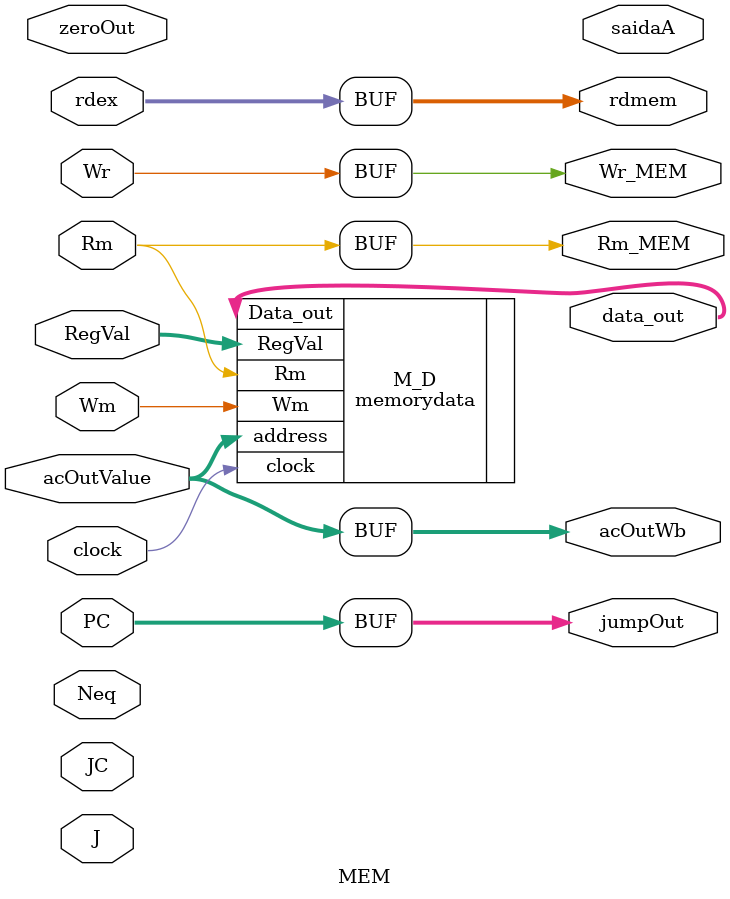
<source format=v>
`include "memorydata.v"
`include "JControl.v"

module MEM(
    clock,
    Wr, Wm, Rm, Neq, J, JC,
    PC,
    rdex,
    zeroOut,
    acOutValue,
    RegVal,
    data_out,
    jumpOut,
    acOutWb,
    saidaA,
    rdmem,
    Wr_MEM, Rm_MEM,
);
    input clock;
    input Wr, Wm, Rm, Neq, J, JC;
    input zeroOut;
    input [7:0]PC;
    input [7:0]RegVal;
    input [7:0]acOutValue;
    input [1:0]rdex;

    output reg [1:0]rdmem;
    output reg [7:0]jumpOut;
    output reg Wr_MEM, Rm_MEM;

    output [7:0] data_out;
    output reg [7:0] acOutWb;
    output saidaA;

    always@(*) begin
        acOutWb = acOutValue;
        rdmem = rdex;
        jumpOut = PC;
        Rm_MEM = Rm;
        Wr_MEM = Wr;
    end

    jcontrol J_exec(
        .jump(J),
        .jumpC(JC),
        .neq(Neq),
        .zero(zeroOut),
        .saidaA(SaidaA)
    );

    memorydata M_D(
        .clock(clock),
        .Rm(Rm_MEM),
        .Wm(Wm),
        .address(acOutValue),
        .RegVal(RegVal),
        .Data_out(data_out)
    );

endmodule

</source>
